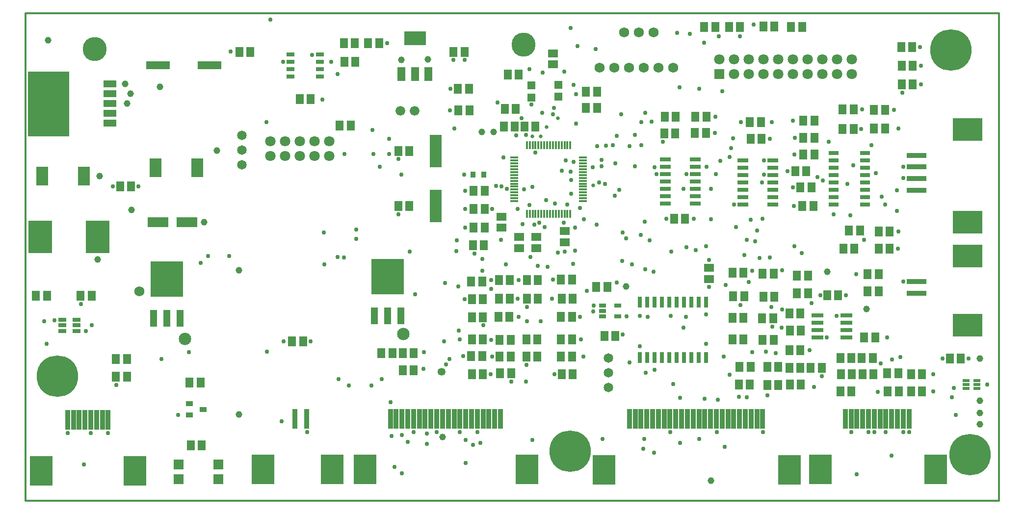
<source format=gbr>
G04 EasyPC Gerber Version 21.0.3 Build 4286 *
G04 #@! TF.Part,Single*
G04 #@! TF.FileFunction,Soldermask,Top *
G04 #@! TF.FilePolarity,Negative *
%FSLAX35Y35*%
%MOIN*%
G04 #@! TA.AperFunction,SMDPad*
%ADD115R,0.01781X0.05324*%
%ADD132R,0.03159X0.07490*%
%ADD101R,0.03553X0.13592*%
%ADD107R,0.03750X0.04143*%
%ADD136R,0.04537X0.11820*%
%ADD108R,0.05400X0.09400*%
%ADD105R,0.05718X0.06506*%
%ADD124R,0.08474X0.12608*%
%ADD110R,0.08474X0.22254*%
%ADD102R,0.15757X0.20285*%
%ADD123R,0.15954X0.21860*%
%ADD137R,0.22450X0.24025*%
%ADD122R,0.28159X0.43907*%
%ADD112R,0.05324X0.05324*%
G04 #@! TA.AperFunction,ComponentPad*
%ADD131R,0.06600X0.06600*%
%ADD116R,0.07096X0.07096*%
G04 #@! TD.AperFunction*
%ADD98C,0.01200*%
G04 #@! TA.AperFunction,ViaPad*
%ADD140C,0.02569*%
%ADD138C,0.02962*%
G04 #@! TA.AperFunction,ComponentPad*
%ADD111C,0.04537*%
G04 #@! TA.AperFunction,ViaPad*
%ADD141C,0.05324*%
G04 #@! TA.AperFunction,ComponentPad*
%ADD130C,0.06506*%
%ADD118C,0.06600*%
%ADD113C,0.06899*%
%ADD117C,0.07096*%
G04 #@! TA.AperFunction,ViaPad*
%ADD139C,0.08474*%
G04 #@! TA.AperFunction,WasherPad*
%ADD100C,0.16348*%
G04 #@! TA.AperFunction,SMDPad*
%ADD114R,0.05324X0.01781*%
%ADD135R,0.04537X0.02372*%
%ADD120R,0.07300X0.02700*%
%ADD133R,0.04734X0.02765*%
%ADD129R,0.08400X0.02800*%
%ADD127R,0.05324X0.02962*%
%ADD119R,0.05600X0.03100*%
%ADD134R,0.06604X0.03159*%
%ADD128R,0.04537X0.03356*%
%ADD103R,0.13592X0.03553*%
%ADD121R,0.09104X0.04813*%
%ADD125R,0.16348X0.05521*%
%ADD106R,0.06506X0.05718*%
%ADD126R,0.13986X0.06899*%
%ADD109R,0.14773X0.09261*%
G04 #@! TA.AperFunction,WasherPad*
%ADD99C,0.28159*%
G04 #@! TA.AperFunction,SMDPad*
%ADD104R,0.20285X0.15757*%
X0Y0D02*
D02*
D98*
X2573Y600D02*
X663990D01*
Y332096*
X2573*
Y600*
D02*
D99*
X24307Y85394D03*
X372733Y34213D03*
X631313Y306899D03*
X644305Y32096D03*
D02*
D100*
X49898Y307835D03*
X341156Y310836D03*
D02*
D101*
X31313Y55718D03*
X35250D03*
X39187D03*
X43124D03*
X47061D03*
X50998D03*
X54935D03*
X58872D03*
X185841Y56506D03*
X193715D03*
X250604D03*
X254541D03*
X258478D03*
X262415D03*
X266352D03*
X270289D03*
X274226D03*
X278163D03*
X282100D03*
X286037D03*
X289974D03*
X293911D03*
X297848D03*
X301785D03*
X305722D03*
X309659D03*
X313596D03*
X317533D03*
X321470D03*
X325407D03*
X413006Y56446D03*
X416943D03*
X420880D03*
X424817D03*
X428754D03*
X432691D03*
X436628D03*
X440565D03*
X444502D03*
X448439D03*
X452376D03*
X456313D03*
X460250D03*
X464187D03*
X468124D03*
X472061D03*
X475998D03*
X479935D03*
X483872D03*
X487809D03*
X491746D03*
X495683D03*
X499620D03*
X503557D03*
X559659Y56506D03*
X563596D03*
X567533D03*
X571470D03*
X575407D03*
X579344D03*
X583281D03*
X587219D03*
X591156D03*
X595093D03*
X599030D03*
X602967D03*
D02*
D102*
X13400Y21072D03*
X76982D03*
X164187Y21860D03*
X211234D03*
X233478D03*
X343518D03*
X395683Y21801D03*
X521667D03*
X542730Y21860D03*
X621077D03*
D02*
D103*
X608085Y141742D03*
Y149616D03*
Y211820D03*
Y219694D03*
Y227569D03*
Y235443D03*
D02*
D104*
X642730Y120088D03*
Y167135D03*
Y190167D03*
Y252962D03*
D02*
D105*
X9856Y139970D03*
X17337D03*
X40171D03*
X47652D03*
X64187Y84852D03*
Y97057D03*
X66943Y214380D03*
X71667Y84852D03*
Y97057D03*
X74423Y214380D03*
X114187Y80915D03*
X114974Y38395D03*
X121667Y80915D03*
X122455Y38395D03*
X148045Y305718D03*
X155526D03*
X183872Y108868D03*
X188990Y273828D03*
X191352Y108868D03*
X196470Y273828D03*
X216156Y255718D03*
X218911Y311624D03*
X219305Y299025D03*
X223636Y255718D03*
X226392Y311624D03*
X226785Y299025D03*
X235447Y311624D03*
X242927D03*
X244502Y100994D03*
X251982D03*
X255919Y200994D03*
Y238395D03*
X259069Y89183D03*
Y100994D03*
X263400Y200994D03*
Y238395D03*
X266549Y89183D03*
Y100994D03*
X293537Y305718D03*
X296470Y280521D03*
X296864Y265954D03*
X301018Y305718D03*
X303951Y280521D03*
X304344Y265954D03*
X305526Y99025D03*
Y149813D03*
X305919Y86820D03*
Y110443D03*
Y125403D03*
Y137608D03*
X306707Y174222D03*
X307100Y186427D03*
Y199025D03*
Y211230D03*
X313006Y99025D03*
Y149813D03*
X313400Y86820D03*
Y110443D03*
Y125403D03*
Y137608D03*
X314187Y174222D03*
X314581Y186427D03*
Y199025D03*
Y211230D03*
X324030Y125797D03*
X324423Y138002D03*
Y150600D03*
X324817Y98631D03*
Y110049D03*
X325211Y87214D03*
X327573Y254931D03*
X328360Y267135D03*
X330329Y290364D03*
X331510Y125797D03*
X331904Y138002D03*
Y150600D03*
X332297Y98631D03*
Y110049D03*
X332691Y87214D03*
X335053Y254931D03*
X335841Y267135D03*
X337809Y290364D03*
X341746Y254931D03*
X342927Y98631D03*
Y110443D03*
X343321Y138002D03*
Y150600D03*
X349226Y254931D03*
X350407Y98631D03*
Y110443D03*
X350801Y138002D03*
Y150600D03*
X366549Y98631D03*
Y110443D03*
Y125797D03*
Y150994D03*
X366943Y86820D03*
Y138002D03*
X374030Y98631D03*
Y110443D03*
Y125797D03*
Y150994D03*
X374423Y86820D03*
Y138002D03*
X383478Y267529D03*
Y278553D03*
X390565Y145876D03*
X390959Y267529D03*
Y278553D03*
X396077Y112805D03*
X398045Y145876D03*
X403557Y112805D03*
X436628Y250206D03*
X437022Y261624D03*
X443321Y192332D03*
X444108Y250206D03*
X444502Y261624D03*
X450801Y192332D03*
X457494Y250600D03*
X457888Y261624D03*
X463793Y322647D03*
X464974Y250600D03*
X465368Y261624D03*
X471274Y322647D03*
X480722D03*
X483085Y110443D03*
Y125009D03*
Y155718D03*
X483478Y139576D03*
X487415Y79734D03*
X487809Y91545D03*
X488203Y322647D03*
X490565Y110443D03*
Y125009D03*
Y155718D03*
X490959Y139576D03*
X494896Y79734D03*
Y258080D03*
X495289Y91545D03*
Y246663D03*
X502376Y258080D03*
X502770Y246663D03*
X503163Y124616D03*
X503557Y110049D03*
Y154931D03*
X503951Y139183D03*
Y323041D03*
X506707Y79340D03*
Y91545D03*
X510644Y124616D03*
X511037Y110049D03*
Y154931D03*
X511431Y139183D03*
Y323041D03*
X514187Y79340D03*
Y91545D03*
X521667Y91151D03*
Y102962D03*
Y128159D03*
X522061Y79734D03*
Y116348D03*
X522848Y322647D03*
X525604Y224616D03*
X526785Y141545D03*
Y153750D03*
X529148Y91151D03*
Y102962D03*
Y128159D03*
Y213592D03*
X529541Y79734D03*
Y116348D03*
X530329Y322647D03*
X530526Y200994D03*
X531116Y236033D03*
Y247450D03*
Y258868D03*
X533085Y224616D03*
X534266Y141545D03*
Y153750D03*
X536234Y91151D03*
X536628Y213592D03*
X538006Y200994D03*
X538596Y236033D03*
Y247450D03*
Y258868D03*
X543715Y91151D03*
X547258Y140364D03*
X554738D03*
X556313Y75009D03*
Y97844D03*
X556707Y86820D03*
X557888Y253356D03*
Y266742D03*
X558281Y171860D03*
X562219Y184458D03*
X563793Y75009D03*
Y97844D03*
X564187Y86820D03*
X565368Y253356D03*
Y266742D03*
X565762Y171860D03*
X569699Y184458D03*
X570880Y97844D03*
X571274Y86820D03*
X572455Y111624D03*
X574817Y143120D03*
Y154537D03*
X578360Y97844D03*
X578754Y86820D03*
X579148Y253750D03*
Y266348D03*
X579935Y111624D03*
X582297Y143120D03*
Y154537D03*
Y171860D03*
Y183671D03*
X586628Y253750D03*
Y266348D03*
X588163Y87214D03*
X588557Y75009D03*
X589778Y171860D03*
Y183671D03*
X595644Y87214D03*
X596037Y75009D03*
X597652Y308868D03*
X598045Y283671D03*
Y296269D03*
X604305Y86820D03*
X604344Y75009D03*
X605132Y308868D03*
X605526Y283671D03*
Y296269D03*
X611785Y86820D03*
X611825Y75009D03*
X630722Y97450D03*
X638203D03*
D02*
D106*
X326195Y186230D03*
Y193710D03*
X338006Y172450D03*
Y179931D03*
X349817Y172450D03*
Y179931D03*
X361234Y297254D03*
Y304734D03*
X369108Y176387D03*
Y183868D03*
X467140Y151387D03*
Y158868D03*
D02*
D107*
X306904Y222254D03*
X313990D03*
D02*
D108*
X258178Y290644D03*
X267278D03*
X276378D03*
D02*
D109*
X267278Y315045D03*
D02*
D110*
X281313Y200893D03*
Y238294D03*
D02*
D111*
X17927Y313592D03*
X51785Y164773D03*
X52967Y221466D03*
X70289Y284065D03*
X71864Y270679D03*
X74226Y277372D03*
X74620Y198238D03*
X93911Y282096D03*
X124226Y189970D03*
X132888Y238789D03*
X147848Y59261D03*
Y157293D03*
X258085Y300206D03*
X276195Y300600D03*
X286037Y43907D03*
X312809Y251387D03*
X320683D03*
X410841Y146269D03*
X468321Y14380D03*
X547455Y156506D03*
X574226Y130915D03*
X650998Y52569D03*
Y60443D03*
Y68710D03*
Y97450D03*
D02*
D112*
X346274Y274813D03*
Y283080D03*
X364778Y275206D03*
Y283474D03*
D02*
D113*
X80132Y143120D03*
X392665Y294932D03*
X402665Y294864D03*
X409266Y319104D03*
X412665Y294932D03*
X419266Y319104D03*
X422652Y294932D03*
X429266Y319104D03*
X432665Y294932D03*
X442665D03*
D02*
D114*
X334713Y204340D03*
Y206309D03*
Y208277D03*
Y210246D03*
Y212214D03*
Y214183D03*
Y216151D03*
Y218120D03*
Y220088D03*
Y222057D03*
Y224025D03*
Y225994D03*
Y227962D03*
Y229931D03*
Y231899D03*
Y233868D03*
X381256Y204340D03*
Y206309D03*
Y208277D03*
Y210246D03*
Y212214D03*
Y214183D03*
Y216151D03*
Y218120D03*
Y220088D03*
Y222057D03*
Y224025D03*
Y225994D03*
Y227962D03*
Y229931D03*
Y231899D03*
Y233868D03*
D02*
D115*
X343321Y195832D03*
Y242476D03*
X345289Y195832D03*
Y242476D03*
X347258Y195832D03*
Y242476D03*
X349226Y195832D03*
Y242476D03*
X351195Y195832D03*
Y242476D03*
X353163Y195832D03*
Y242476D03*
X355132Y195832D03*
Y242476D03*
X357100Y195832D03*
Y242476D03*
X359069Y195832D03*
Y242476D03*
X361037Y195832D03*
Y242476D03*
X363006Y195832D03*
Y242476D03*
X364974Y195832D03*
Y242476D03*
X366943Y195832D03*
Y242476D03*
X368911Y195832D03*
Y242476D03*
X370880Y195832D03*
Y242476D03*
X372848Y195832D03*
Y242476D03*
D02*
D116*
X474226Y290757D03*
D02*
D117*
X169187Y234911D03*
Y244911D03*
X179187Y234911D03*
Y244911D03*
X189187Y234911D03*
Y244911D03*
X199187Y234911D03*
Y244911D03*
X209187Y234911D03*
Y244911D03*
X474226Y300757D03*
X484226Y290757D03*
Y300757D03*
X494226Y290757D03*
Y300757D03*
X504226Y290757D03*
Y300757D03*
X514226Y290757D03*
Y300757D03*
X524226Y290757D03*
Y300757D03*
X534226Y290757D03*
Y300757D03*
X544226Y290757D03*
Y300757D03*
X554226Y290757D03*
Y300757D03*
X564226Y290757D03*
Y300757D03*
D02*
D118*
X257297Y265561D03*
X267114D03*
D02*
D119*
X182671Y288848D03*
Y293848D03*
Y298848D03*
Y303848D03*
X202671Y288848D03*
Y293848D03*
Y298848D03*
Y303848D03*
D02*
D120*
X437255Y202529D03*
Y207529D03*
Y212529D03*
Y217529D03*
Y222529D03*
Y227529D03*
Y232529D03*
X457655Y202529D03*
Y207529D03*
Y212529D03*
Y217529D03*
Y222529D03*
Y227529D03*
Y232529D03*
X490011Y202135D03*
Y207135D03*
Y212135D03*
Y217135D03*
Y222135D03*
Y227135D03*
Y232135D03*
X510411Y202135D03*
Y207135D03*
Y212135D03*
Y217135D03*
Y222135D03*
Y227135D03*
Y232135D03*
D02*
D121*
X60053Y257293D03*
Y263986D03*
Y270679D03*
Y277372D03*
Y284065D03*
D02*
D122*
X18459Y270226D03*
D02*
D123*
X12789Y180128D03*
X51766D03*
D02*
D124*
X13990Y221466D03*
X42337D03*
X91156Y226978D03*
X119502D03*
D02*
D125*
X92730Y296663D03*
X127770D03*
D02*
D126*
X92730Y189970D03*
X112415D03*
D02*
D127*
X27573Y116151D03*
Y119891D03*
Y123631D03*
X37415Y116151D03*
Y119891D03*
Y123631D03*
D02*
D128*
X113990Y59065D03*
Y66545D03*
X123439Y62805D03*
D02*
D129*
X540904Y111604D03*
Y116604D03*
Y121604D03*
Y126604D03*
X560304Y111604D03*
Y116604D03*
Y121604D03*
Y126604D03*
D02*
D130*
X149593Y239091D03*
X149661Y229091D03*
Y249091D03*
X398792Y77700D03*
Y97700D03*
X398860Y87700D03*
D02*
D131*
X106904Y15403D03*
Y25403D03*
X133675Y15403D03*
Y25403D03*
D02*
D132*
X420230Y97943D03*
Y135541D03*
X425230Y97943D03*
Y135541D03*
X430230Y97943D03*
Y135541D03*
X435230Y97943D03*
Y135541D03*
X440230Y97943D03*
Y135541D03*
X445230Y97943D03*
Y135541D03*
X450230Y97943D03*
Y135541D03*
X455230Y97943D03*
Y135541D03*
X460230Y97943D03*
Y135541D03*
X465230Y97943D03*
Y135541D03*
D02*
D133*
X394699Y125994D03*
Y129734D03*
Y133474D03*
X404935Y125994D03*
Y133474D03*
D02*
D134*
X551738Y201998D03*
Y206998D03*
Y211998D03*
Y216998D03*
Y221998D03*
Y226998D03*
Y231998D03*
Y236998D03*
X573093Y201998D03*
Y206998D03*
Y211998D03*
Y216998D03*
Y221998D03*
Y226998D03*
Y231998D03*
Y236998D03*
D02*
D135*
X641746Y77175D03*
Y79734D03*
Y82293D03*
X649226Y77175D03*
Y79734D03*
Y82293D03*
D02*
D136*
X89797Y124714D03*
X98813D03*
X107829D03*
X239797Y126289D03*
X248813D03*
X257829D03*
D02*
D137*
X98813Y151289D03*
X248813Y152864D03*
D02*
D138*
X15565Y122647D03*
X17140Y107293D03*
X22514Y123474D03*
X31313Y46663D03*
X40368Y134458D03*
X42337Y25403D03*
X43774Y115994D03*
X47061Y46663D03*
X47848Y119931D03*
X58872Y46663D03*
X62022Y214380D03*
X64384Y79340D03*
X79344Y214380D03*
X95093Y97057D03*
X106510Y58868D03*
X113596Y101781D03*
X121667Y162411D03*
X126589Y167135D03*
X141156D03*
X141943Y306112D03*
X166352Y258080D03*
X166746Y102175D03*
X169108Y327765D03*
X176589Y54537D03*
X177770Y299025D03*
X178163Y108868D03*
X193911Y47450D03*
X196274Y108868D03*
X197455Y303750D03*
X204541Y273435D03*
X205329Y182883D03*
X205722Y161230D03*
X210447Y298848D03*
X214778Y166348D03*
Y290757D03*
X215565Y83277D03*
X219108Y165954D03*
X219502Y236427D03*
X222258Y78946D03*
X227376Y178553D03*
Y184852D03*
X237612Y78946D03*
X238400Y252569D03*
X239187Y236427D03*
X243518Y227765D03*
X244699Y83277D03*
X248242Y311624D03*
X249817Y236427D03*
Y246663D03*
X250604Y67529D03*
X251392Y44694D03*
X253360Y23828D03*
X256116Y195482D03*
Y232883D03*
X258085Y222254D03*
X258478Y19498D03*
Y45482D03*
X262415Y40757D03*
X263596Y169891D03*
X266352Y47450D03*
X267533Y141151D03*
X273045Y90364D03*
X273439Y101781D03*
X275407Y39183D03*
Y46269D03*
X282100Y47450D03*
X287219Y108868D03*
X287612Y148631D03*
X288400Y93513D03*
X290762Y97057D03*
X291156Y265954D03*
X291549Y280521D03*
X293518Y300206D03*
X293911Y253750D03*
X295486Y170285D03*
X295880Y177765D03*
X296667Y146269D03*
X297061Y116348D03*
X297848Y47450D03*
Y110443D03*
X300211Y99025D03*
X300604Y222254D03*
X300998Y137608D03*
Y300206D03*
X301392Y186427D03*
Y199025D03*
Y211230D03*
X301785Y26191D03*
Y41939D03*
X306904Y38789D03*
X307691Y168710D03*
X309659Y47450D03*
X311628Y39970D03*
X313006Y156899D03*
Y165167D03*
X313596Y119891D03*
X318715Y86820D03*
X319108Y110049D03*
Y144694D03*
Y150600D03*
X319896Y98631D03*
Y199025D03*
X322258Y214773D03*
X323439Y271466D03*
X325801Y178159D03*
X326195Y214380D03*
X327376Y233868D03*
X328951Y161230D03*
X329738Y212805D03*
X332888Y81702D03*
X336037Y249025D03*
X337219Y138002D03*
Y199025D03*
X337612Y125797D03*
Y150600D03*
X339581Y260836D03*
X340368Y188789D03*
X341549Y212411D03*
X342730Y81702D03*
Y249419D03*
X343124Y93120D03*
X343518Y122647D03*
Y132490D03*
X345093Y201781D03*
Y293907D03*
X345880Y166348D03*
X346274Y269891D03*
X347061Y41939D03*
Y213986D03*
X348242Y188395D03*
X349226Y237214D03*
X350801Y160443D03*
X351785Y189576D03*
X352573Y122647D03*
X353754Y264380D03*
X354148Y291545D03*
X355329Y186820D03*
X356510Y204931D03*
X357297Y159655D03*
X360447Y138002D03*
X361234Y150994D03*
Y263198D03*
X361628Y267529D03*
X362022Y86820D03*
X362415Y202529D03*
X364384Y169498D03*
X367140Y225009D03*
X368321Y189576D03*
X368715Y292332D03*
X369108Y169891D03*
X369896Y232096D03*
X370683Y202175D03*
X373045Y224222D03*
Y321860D03*
X373439Y209261D03*
Y218710D03*
X374620Y161624D03*
X375014Y230915D03*
Y283277D03*
X376195Y170679D03*
Y186427D03*
X376589Y256899D03*
Y276978D03*
X377770Y309655D03*
X379344Y125797D03*
Y199813D03*
X380132Y110443D03*
X381707Y98631D03*
X382100Y191939D03*
X384069Y143513D03*
X388006Y227372D03*
X388400Y129340D03*
X388793Y133474D03*
X389974Y307687D03*
X390762Y188395D03*
X391156Y241545D03*
X392337Y217135D03*
X393911Y228159D03*
Y232490D03*
X394699Y42726D03*
X396274Y215954D03*
X397061Y241939D03*
X401785Y242332D03*
X402967Y208080D03*
X403360Y230128D03*
X404541Y149025D03*
Y248631D03*
X406116Y212017D03*
X407297Y263198D03*
X408085Y163592D03*
X408478Y113592D03*
Y182883D03*
X410841Y178946D03*
X411234Y125994D03*
X413006Y94694D03*
X413203Y241545D03*
X414778Y161230D03*
X416746Y228159D03*
Y249419D03*
X420230Y105718D03*
Y126191D03*
X420880Y181309D03*
X421077Y242332D03*
Y258080D03*
X422258Y36033D03*
X423045Y42726D03*
X423439Y190364D03*
X423833Y158080D03*
Y264380D03*
X424226Y87608D03*
X425407Y125797D03*
X426589Y177765D03*
X428163Y258474D03*
X429344Y156506D03*
X429738Y33277D03*
X430132Y227372D03*
X430230Y89576D03*
X431313Y222647D03*
X435644Y244694D03*
X438006Y192332D03*
X440762Y47450D03*
X441156Y126191D03*
X441549Y169891D03*
X442730Y80128D03*
X445486Y318710D03*
X447061Y281702D03*
X447455Y39970D03*
Y70679D03*
X449817Y118317D03*
Y212529D03*
X451392Y125797D03*
X451785Y173041D03*
Y222647D03*
X454148Y317923D03*
X456904Y192332D03*
X458085Y171072D03*
X460250Y42726D03*
X460447Y280521D03*
X463793Y312017D03*
X464187Y69891D03*
X465171Y173828D03*
X465230Y107293D03*
Y127372D03*
X465565Y227529D03*
X467140Y146072D03*
Y164183D03*
X468321Y191939D03*
Y212529D03*
X471077Y250600D03*
X471470Y261624D03*
X471864Y222647D03*
X472258Y47450D03*
X473045Y69498D03*
X473833Y316348D03*
X474620Y231702D03*
X476195Y278946D03*
X476982Y98631D03*
X477770Y37214D03*
X478557Y147450D03*
X480919Y86427D03*
Y234458D03*
X482100Y240364D03*
X483281Y247057D03*
X484069Y202175D03*
X485250Y186820D03*
X487415Y71466D03*
X488203Y316348D03*
X488400Y133671D03*
X488793Y258080D03*
X491156Y167529D03*
X492730Y71072D03*
Y178159D03*
X493911Y149419D03*
X495486Y191545D03*
X496274Y101781D03*
Y156899D03*
X497455Y324222D03*
X498242Y176978D03*
X499817Y184458D03*
X501392Y165561D03*
X502967Y217135D03*
X503360Y192332D03*
X503754Y47450D03*
X504541Y222254D03*
Y232096D03*
X505722Y102175D03*
X506707Y72254D03*
X508478Y165954D03*
Y246663D03*
X509266Y132490D03*
X509659Y258080D03*
X510053Y119104D03*
X512415Y100994D03*
X516352Y118317D03*
X516746Y130521D03*
Y157293D03*
X520289Y224616D03*
X524226Y213592D03*
Y258868D03*
X524620Y200994D03*
X525014Y173828D03*
Y236033D03*
X525407Y247450D03*
X530132Y169104D03*
X535250Y102962D03*
X536825Y134852D03*
X538400Y78159D03*
X540762Y220679D03*
X542730Y140364D03*
X543715Y85246D03*
X544305Y218317D03*
X547061Y111624D03*
X548242Y244694D03*
X551738Y195482D03*
X553754Y126191D03*
X560053Y140364D03*
X561234Y215954D03*
X563203Y194694D03*
X563596Y47450D03*
X565171Y228553D03*
X567140Y154537D03*
X567533Y18710D03*
X570289Y253356D03*
X571077Y266742D03*
X572258Y178159D03*
X575407Y47450D03*
X577376Y242332D03*
X579344Y47450D03*
X580526Y223435D03*
X581707Y74616D03*
X583675Y93907D03*
X584463Y207293D03*
X586825Y202175D03*
X587219Y47450D03*
X588006Y111624D03*
X591156Y31309D03*
X591549Y96663D03*
X592730Y266348D03*
X594699Y197844D03*
Y211820D03*
X595486Y171860D03*
X595880Y183671D03*
Y253750D03*
X597061Y98238D03*
X598242Y278159D03*
X599030Y47450D03*
Y149813D03*
Y219891D03*
Y227765D03*
X602967Y47450D03*
X610447Y308868D03*
X611234Y283671D03*
Y296269D03*
X619502Y75009D03*
Y86820D03*
X625801Y97450D03*
X632100Y71072D03*
X633281Y77372D03*
X634856Y58868D03*
X643518Y97450D03*
X656116Y79734D03*
D02*
D139*
X111234Y110836D03*
X259266Y113986D03*
D02*
D140*
X347061Y248238D03*
X352573D03*
X356904Y254537D03*
X364384Y260836D03*
X388400Y215167D03*
D02*
D141*
X285250Y88395D03*
X0Y0D02*
M02*

</source>
